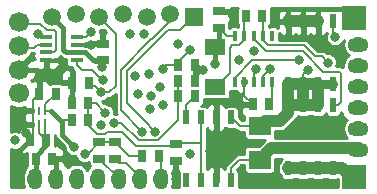
<source format=gbl>
G04 (created by PCBNEW (2013-may-18)-stable) date Mit 10 Dez 2014 19:38:00 UTC*
%MOIN*%
G04 Gerber Fmt 3.4, Leading zero omitted, Abs format*
%FSLAX34Y34*%
G01*
G70*
G90*
G04 APERTURE LIST*
%ADD10C,0.00590551*%
%ADD11R,0.0275591X0.0393701*%
%ADD12R,0.0393701X0.0275591*%
%ADD13R,0.0748X0.0629*%
%ADD14R,0.0393701X0.0177165*%
%ADD15R,0.0126X0.0339*%
%ADD16R,0.0708X0.0551*%
%ADD17R,0.02X0.045*%
%ADD18R,0.0110236X0.0295276*%
%ADD19R,0.0110236X0.0334646*%
%ADD20C,0.0669291*%
%ADD21R,0.0787402X0.0787402*%
%ADD22C,0.0590551*%
%ADD23R,0.0590551X0.0590551*%
%ADD24O,0.05X0.07*%
%ADD25O,0.07X0.05*%
%ADD26C,0.0314961*%
%ADD27C,0.015748*%
%ADD28C,0.0080315*%
%ADD29C,0.0393701*%
%ADD30C,0.0314961*%
%ADD31C,0.01*%
G04 APERTURE END LIST*
G54D10*
G54D11*
X54448Y-37519D03*
X53897Y-37519D03*
X50334Y-38779D03*
X50885Y-38779D03*
G54D12*
X51377Y-37342D03*
X51377Y-36791D03*
G54D13*
X56600Y-40659D03*
X56600Y-39541D03*
G54D14*
X49488Y-36574D03*
X49488Y-36830D03*
X49488Y-37086D03*
X49488Y-37342D03*
X50511Y-37342D03*
X50511Y-37086D03*
X50511Y-36830D03*
X50511Y-36574D03*
G54D11*
X54448Y-38543D03*
X53897Y-38543D03*
X49685Y-40629D03*
X49133Y-40629D03*
X50885Y-39350D03*
X50334Y-39350D03*
X48937Y-40019D03*
X49488Y-40019D03*
G54D12*
X53799Y-40688D03*
X53799Y-40137D03*
G54D11*
X49251Y-38464D03*
X49803Y-38464D03*
X50354Y-38090D03*
X50905Y-38090D03*
G54D12*
X51259Y-40629D03*
X51259Y-40078D03*
X51791Y-40629D03*
X51791Y-40078D03*
G54D11*
X53248Y-40551D03*
X52696Y-40551D03*
X54448Y-38031D03*
X53897Y-38031D03*
X56692Y-35866D03*
X56141Y-35866D03*
X56377Y-38818D03*
X56929Y-38818D03*
G54D15*
X55770Y-36538D03*
X56085Y-36538D03*
X56400Y-36538D03*
X56715Y-36538D03*
X57030Y-36538D03*
X57030Y-38062D03*
X56715Y-38062D03*
X56400Y-38062D03*
X56085Y-38062D03*
X55770Y-38062D03*
G54D16*
X55118Y-36890D03*
X55118Y-38228D03*
G54D17*
X55650Y-39250D03*
X55650Y-41350D03*
X55150Y-39250D03*
X54650Y-39250D03*
X54150Y-39250D03*
X55150Y-41350D03*
X54650Y-41350D03*
X54150Y-41350D03*
X57550Y-38150D03*
X57550Y-36050D03*
X58050Y-38150D03*
X58550Y-38150D03*
X59050Y-38150D03*
X58050Y-36050D03*
X58550Y-36050D03*
X59050Y-36050D03*
X57550Y-40950D03*
X57550Y-38850D03*
X58050Y-40950D03*
X58550Y-40950D03*
X59050Y-40950D03*
X58050Y-38850D03*
X58550Y-38850D03*
X59050Y-38850D03*
G54D18*
X49251Y-39478D03*
X49055Y-39478D03*
G54D19*
X49448Y-39458D03*
G54D18*
X49055Y-39025D03*
X49251Y-39025D03*
X49448Y-39025D03*
G54D12*
X55236Y-36259D03*
X55236Y-35708D03*
G54D20*
X48582Y-38444D03*
X48582Y-37657D03*
X48582Y-36082D03*
X48582Y-36870D03*
G54D21*
X59763Y-35944D03*
X59763Y-41220D03*
G54D22*
X49685Y-35905D03*
X50472Y-35787D03*
X51259Y-35905D03*
X52047Y-35787D03*
X52834Y-35905D03*
G54D23*
X54409Y-35905D03*
G54D22*
X53622Y-35787D03*
G54D24*
X49100Y-41299D03*
X53300Y-41299D03*
X49800Y-41299D03*
X50500Y-41299D03*
X51200Y-41299D03*
X51900Y-41299D03*
X52600Y-41299D03*
G54D25*
X59881Y-40332D03*
X59881Y-36832D03*
X59881Y-37532D03*
X59881Y-38232D03*
X59881Y-38932D03*
X59881Y-39632D03*
G54D26*
X54271Y-40472D03*
X50413Y-40236D03*
X53366Y-37637D03*
X54291Y-37007D03*
X51338Y-37559D03*
X51456Y-39094D03*
X50767Y-40472D03*
X55118Y-37480D03*
X52755Y-36456D03*
X51732Y-39429D03*
X52283Y-36476D03*
X49212Y-36476D03*
X48464Y-40019D03*
X58543Y-36594D03*
X58562Y-39685D03*
X56712Y-41456D03*
X48799Y-39783D03*
X48523Y-41279D03*
X55826Y-38503D03*
X51594Y-38720D03*
X54704Y-37677D03*
X50984Y-36830D03*
X54940Y-40374D03*
X53799Y-41299D03*
X55728Y-35885D03*
X52913Y-37795D03*
X51318Y-39507D03*
X52460Y-37874D03*
X52559Y-38484D03*
X52992Y-38543D03*
X56948Y-37637D03*
X53287Y-38248D03*
X56417Y-37047D03*
X50984Y-36417D03*
X51377Y-37992D03*
X59114Y-36574D03*
X57913Y-37342D03*
X58208Y-37657D03*
X58877Y-37421D03*
X52952Y-38956D03*
X56496Y-37637D03*
X55925Y-37322D03*
X53366Y-38838D03*
X51318Y-38405D03*
X53110Y-39724D03*
X53897Y-36811D03*
X52696Y-39724D03*
G54D27*
X49635Y-39025D02*
X50000Y-39389D01*
X50000Y-39822D02*
X50413Y-40236D01*
X50000Y-39389D02*
X50000Y-39822D01*
G54D28*
X49448Y-39025D02*
X49635Y-39025D01*
X49960Y-39350D02*
X50334Y-39350D01*
X49635Y-39025D02*
X49960Y-39350D01*
X49448Y-39025D02*
X49448Y-38818D01*
X49448Y-38818D02*
X49803Y-38464D01*
G54D27*
X50511Y-37086D02*
X50787Y-37086D01*
X51043Y-37342D02*
X51377Y-37342D01*
X50787Y-37086D02*
X51043Y-37342D01*
X50511Y-37086D02*
X50137Y-37086D01*
X50039Y-36988D02*
X50039Y-36259D01*
X50137Y-37086D02*
X50039Y-36988D01*
X50039Y-36259D02*
X49685Y-35905D01*
G54D28*
X53484Y-37519D02*
X53897Y-37519D01*
X53484Y-37519D02*
X53366Y-37637D01*
X53897Y-37519D02*
X53897Y-37401D01*
X53897Y-37401D02*
X54291Y-37007D01*
X50039Y-36259D02*
X49685Y-35905D01*
X51220Y-37440D02*
X51102Y-37440D01*
X51338Y-37559D02*
X51220Y-37440D01*
X50511Y-37086D02*
X50748Y-37086D01*
X50748Y-37086D02*
X51102Y-37440D01*
X51112Y-39734D02*
X50885Y-39507D01*
X50885Y-39507D02*
X50885Y-38779D01*
X51141Y-38779D02*
X50885Y-38779D01*
X51456Y-39094D02*
X51141Y-38779D01*
X52007Y-39724D02*
X51515Y-39724D01*
X51181Y-39803D02*
X51112Y-39734D01*
X51437Y-39803D02*
X51181Y-39803D01*
X51515Y-39724D02*
X51437Y-39803D01*
X52539Y-40196D02*
X53740Y-40196D01*
X52480Y-40196D02*
X52007Y-39724D01*
X52539Y-40196D02*
X52480Y-40196D01*
X53740Y-40196D02*
X53799Y-40137D01*
X53799Y-40137D02*
X53818Y-40118D01*
X53818Y-40118D02*
X54650Y-40118D01*
X54650Y-39250D02*
X54650Y-39921D01*
X54650Y-40767D02*
X54650Y-41350D01*
X54650Y-39921D02*
X54650Y-40118D01*
X54650Y-40118D02*
X54650Y-40767D01*
X49448Y-39458D02*
X49448Y-39980D01*
X49448Y-39980D02*
X49488Y-40019D01*
X49251Y-39478D02*
X49251Y-39783D01*
X49251Y-39783D02*
X49488Y-40019D01*
G54D27*
X49133Y-40629D02*
X49133Y-40531D01*
X49488Y-40177D02*
X49488Y-40019D01*
X49133Y-40531D02*
X49488Y-40177D01*
X49100Y-41299D02*
X49133Y-41266D01*
X49133Y-41266D02*
X49133Y-40629D01*
G54D28*
X51259Y-40078D02*
X50866Y-40472D01*
X50866Y-40472D02*
X50767Y-40472D01*
X51259Y-40078D02*
X51791Y-40078D01*
X52696Y-40551D02*
X52263Y-40551D01*
X52263Y-40551D02*
X51791Y-40078D01*
G54D27*
X55236Y-36259D02*
X55236Y-36771D01*
X55236Y-36771D02*
X55118Y-36890D01*
G54D28*
X55770Y-36538D02*
X55514Y-36538D01*
X55514Y-36538D02*
X55236Y-36259D01*
X55236Y-36771D02*
X55118Y-36890D01*
G54D27*
X55118Y-36890D02*
X55118Y-37480D01*
G54D29*
X58550Y-40950D02*
X59050Y-40950D01*
X57550Y-40950D02*
X58050Y-40950D01*
X58050Y-40950D02*
X58550Y-40950D01*
X59050Y-40950D02*
X59343Y-40950D01*
X59343Y-40950D02*
X59700Y-41306D01*
G54D28*
X51988Y-39429D02*
X51732Y-39429D01*
X53090Y-40019D02*
X53228Y-40019D01*
X52578Y-40019D02*
X51988Y-39429D01*
X53090Y-40019D02*
X52618Y-40019D01*
X52618Y-40019D02*
X52578Y-40019D01*
X53897Y-39015D02*
X53897Y-38543D01*
X53228Y-40019D02*
X53897Y-39350D01*
X53897Y-39350D02*
X53897Y-39015D01*
X53897Y-38031D02*
X53897Y-38543D01*
X49094Y-36929D02*
X48622Y-36929D01*
X49192Y-36830D02*
X49094Y-36929D01*
X49488Y-36830D02*
X49192Y-36830D01*
X48622Y-36929D02*
X48582Y-36889D01*
X49094Y-36122D02*
X48602Y-36122D01*
X49507Y-36338D02*
X49291Y-36122D01*
X49291Y-36122D02*
X49094Y-36122D01*
X49488Y-37086D02*
X49744Y-37086D01*
X49744Y-36338D02*
X49527Y-36338D01*
X49822Y-36417D02*
X49744Y-36338D01*
X49822Y-37007D02*
X49822Y-36417D01*
X49744Y-37086D02*
X49822Y-37007D01*
X49527Y-36338D02*
X49507Y-36338D01*
X48602Y-36122D02*
X48582Y-36102D01*
X49311Y-36574D02*
X49212Y-36476D01*
X49488Y-36574D02*
X49311Y-36574D01*
G54D27*
X58550Y-36050D02*
X58550Y-36587D01*
X58550Y-36587D02*
X58543Y-36594D01*
G54D28*
X58550Y-36587D02*
X58543Y-36594D01*
G54D27*
X48582Y-37657D02*
X49133Y-37657D01*
X49133Y-37657D02*
X49330Y-37854D01*
X57559Y-35642D02*
X57559Y-36040D01*
X57559Y-36040D02*
X57550Y-36050D01*
X58051Y-35642D02*
X58051Y-36048D01*
X58051Y-36048D02*
X58050Y-36050D01*
X58550Y-35642D02*
X58051Y-35642D01*
X58051Y-35642D02*
X57559Y-35642D01*
X57559Y-35642D02*
X57290Y-35642D01*
X57290Y-35642D02*
X57263Y-35669D01*
X59763Y-35944D02*
X59448Y-35629D01*
X58550Y-35642D02*
X58550Y-36050D01*
X58562Y-35629D02*
X58550Y-35642D01*
X59448Y-35629D02*
X58562Y-35629D01*
G54D28*
X48799Y-39783D02*
X48582Y-39566D01*
X48582Y-39566D02*
X48582Y-39527D01*
X48937Y-39921D02*
X48937Y-40019D01*
X48799Y-39783D02*
X48937Y-39921D01*
G54D29*
X58050Y-36050D02*
X58550Y-36050D01*
X57550Y-36050D02*
X58050Y-36050D01*
G54D28*
X49055Y-39025D02*
X49045Y-39015D01*
X49045Y-39015D02*
X48858Y-39015D01*
X49055Y-39478D02*
X49045Y-39488D01*
X49045Y-39488D02*
X48858Y-39488D01*
X48937Y-40019D02*
X49055Y-39901D01*
X49055Y-39901D02*
X49055Y-39478D01*
X49055Y-39025D02*
X49055Y-39478D01*
X49055Y-39025D02*
X49055Y-38661D01*
X49055Y-38661D02*
X49251Y-38464D01*
G54D27*
X49685Y-40629D02*
X49800Y-40745D01*
X49800Y-40745D02*
X49800Y-41299D01*
X48937Y-40019D02*
X48523Y-40433D01*
X48523Y-40433D02*
X48523Y-41279D01*
G54D28*
X56085Y-38484D02*
X55846Y-38484D01*
X55846Y-38484D02*
X55826Y-38503D01*
X56085Y-38062D02*
X56085Y-38484D01*
X56085Y-38484D02*
X56085Y-38525D01*
X56085Y-38525D02*
X56377Y-38818D01*
X54704Y-37677D02*
X54547Y-37519D01*
X54547Y-37519D02*
X54448Y-37519D01*
X54448Y-37933D02*
X54448Y-38031D01*
X54704Y-37677D02*
X54448Y-37933D01*
X50511Y-36830D02*
X50984Y-36830D01*
X50984Y-36830D02*
X51338Y-36830D01*
X51338Y-36830D02*
X51377Y-36791D01*
X55150Y-40583D02*
X55150Y-41350D01*
X54940Y-40374D02*
X55150Y-40583D01*
X55551Y-35708D02*
X55236Y-35708D01*
X55728Y-35885D02*
X55551Y-35708D01*
G54D30*
X57550Y-36050D02*
X58550Y-36050D01*
G54D28*
X51791Y-40629D02*
X51929Y-40767D01*
X51929Y-40767D02*
X52145Y-40767D01*
X52600Y-41299D02*
X52600Y-41222D01*
X52600Y-41222D02*
X52145Y-40767D01*
X51900Y-41299D02*
X51900Y-41270D01*
X51900Y-41270D02*
X51259Y-40629D01*
X53300Y-41299D02*
X53300Y-40603D01*
X53300Y-40603D02*
X53248Y-40551D01*
G54D29*
X56600Y-40659D02*
X56983Y-40275D01*
X56983Y-40275D02*
X57933Y-40275D01*
G54D28*
X56600Y-40659D02*
X55915Y-40659D01*
X55915Y-40659D02*
X55650Y-40924D01*
G54D29*
X57933Y-40275D02*
X59824Y-40275D01*
X59824Y-40275D02*
X59881Y-40332D01*
G54D30*
X59824Y-40275D02*
X59881Y-40332D01*
G54D28*
X55650Y-40924D02*
X55650Y-41350D01*
X56715Y-38062D02*
X56715Y-37871D01*
X56715Y-37871D02*
X56948Y-37637D01*
X50511Y-36574D02*
X50826Y-36574D01*
X50826Y-36574D02*
X50984Y-36417D01*
X51377Y-37992D02*
X51338Y-37992D01*
X51338Y-37992D02*
X51023Y-37677D01*
X51023Y-37677D02*
X50669Y-37677D01*
X50511Y-37519D02*
X50511Y-37342D01*
X50669Y-37677D02*
X50511Y-37519D01*
X55770Y-38062D02*
X55770Y-37930D01*
X59050Y-36510D02*
X59050Y-36050D01*
X59114Y-36574D02*
X59050Y-36510D01*
X56358Y-37342D02*
X57913Y-37342D01*
X55770Y-37930D02*
X56358Y-37342D01*
X56604Y-36840D02*
X56811Y-37047D01*
X58720Y-37736D02*
X59271Y-37736D01*
X58031Y-37047D02*
X58720Y-37736D01*
X56811Y-37047D02*
X58031Y-37047D01*
X56400Y-36538D02*
X56400Y-36636D01*
X56400Y-36636D02*
X56604Y-36840D01*
X59220Y-38850D02*
X59050Y-38850D01*
X59271Y-37736D02*
X59330Y-37795D01*
X59330Y-37795D02*
X59330Y-38740D01*
X59330Y-38740D02*
X59220Y-38850D01*
X58671Y-37214D02*
X58454Y-37214D01*
X58454Y-37214D02*
X58090Y-36850D01*
G54D30*
X58550Y-38150D02*
X59050Y-38150D01*
G54D29*
X58050Y-38150D02*
X58050Y-38850D01*
X57550Y-38150D02*
X57550Y-38850D01*
X58050Y-38850D02*
X58550Y-38850D01*
X58550Y-38850D02*
X58550Y-38150D01*
X58550Y-38150D02*
X58050Y-38150D01*
X58050Y-38150D02*
X57550Y-38150D01*
X57550Y-38850D02*
X58050Y-38850D01*
X56600Y-39541D02*
X56770Y-39370D01*
X56770Y-39370D02*
X57283Y-39370D01*
X57283Y-39370D02*
X57550Y-39103D01*
X57550Y-39103D02*
X57550Y-38850D01*
G54D28*
X55650Y-39250D02*
X55941Y-39541D01*
X55941Y-39541D02*
X56600Y-39541D01*
X58090Y-36850D02*
X57952Y-36850D01*
X58877Y-37421D02*
X58671Y-37214D01*
X56715Y-36672D02*
X56892Y-36850D01*
X56715Y-36538D02*
X56715Y-36672D01*
X56892Y-36850D02*
X57952Y-36850D01*
X58050Y-37816D02*
X58050Y-38150D01*
X58208Y-37657D02*
X58050Y-37816D01*
G54D27*
X58550Y-38850D02*
X58550Y-38150D01*
X57550Y-38850D02*
X58550Y-38850D01*
X59050Y-38150D02*
X57550Y-38150D01*
G54D28*
X56715Y-36538D02*
X56715Y-35888D01*
X56715Y-35888D02*
X56692Y-35866D01*
X55925Y-36830D02*
X55905Y-36850D01*
X55610Y-36929D02*
X55610Y-37775D01*
X55688Y-36850D02*
X55610Y-36929D01*
X55905Y-36850D02*
X55688Y-36850D01*
X56085Y-36538D02*
X56085Y-36670D01*
X56085Y-36670D02*
X55925Y-36830D01*
X55118Y-38228D02*
X55157Y-38228D01*
X55157Y-38228D02*
X55610Y-37775D01*
X56085Y-36538D02*
X56085Y-35922D01*
X56085Y-35922D02*
X56141Y-35866D01*
X57030Y-38062D02*
X57030Y-38718D01*
X57030Y-38718D02*
X56929Y-38818D01*
X54150Y-39250D02*
X54150Y-38842D01*
X54150Y-38842D02*
X54448Y-38543D01*
X56400Y-37733D02*
X56496Y-37637D01*
X56400Y-38062D02*
X56400Y-37733D01*
X51318Y-38405D02*
X51594Y-38405D01*
X51811Y-38188D02*
X51811Y-37598D01*
X51594Y-38405D02*
X51811Y-38188D01*
X51318Y-38405D02*
X51102Y-38188D01*
X51023Y-38188D02*
X50885Y-38051D01*
X51102Y-38188D02*
X51023Y-38188D01*
X51259Y-35905D02*
X51811Y-36456D01*
X51811Y-36456D02*
X51811Y-37598D01*
X52903Y-39517D02*
X52165Y-38779D01*
X52165Y-38779D02*
X52165Y-38622D01*
X52972Y-36909D02*
X52165Y-37716D01*
X52165Y-37716D02*
X52165Y-37992D01*
X52165Y-38070D02*
X52165Y-37992D01*
X52165Y-38070D02*
X52165Y-38622D01*
X53277Y-36604D02*
X52972Y-36909D01*
X53543Y-36338D02*
X53277Y-36604D01*
X53956Y-36338D02*
X53543Y-36338D01*
X54389Y-35905D02*
X53956Y-36338D01*
X54409Y-35905D02*
X54389Y-35905D01*
X52903Y-39517D02*
X52952Y-39566D01*
X53110Y-39724D02*
X52952Y-39566D01*
X52962Y-36683D02*
X51988Y-37657D01*
X51988Y-37657D02*
X51988Y-38228D01*
X53051Y-36594D02*
X52962Y-36683D01*
X53622Y-36023D02*
X53100Y-36545D01*
X53622Y-35826D02*
X53622Y-36023D01*
X53100Y-36545D02*
X53051Y-36594D01*
X51988Y-39015D02*
X52696Y-39724D01*
X51988Y-38228D02*
X51988Y-39015D01*
G54D10*
G36*
X48856Y-40881D02*
X48817Y-40906D01*
X48731Y-41036D01*
X48700Y-41189D01*
X48700Y-41409D01*
X48731Y-41562D01*
X48731Y-41562D01*
X48315Y-41562D01*
X48315Y-40290D01*
X48403Y-40327D01*
X48525Y-40327D01*
X48567Y-40309D01*
X48587Y-40358D01*
X48657Y-40428D01*
X48749Y-40466D01*
X48824Y-40466D01*
X48846Y-40444D01*
X48846Y-40462D01*
X48846Y-40856D01*
X48856Y-40881D01*
X48856Y-40881D01*
G37*
G54D31*
X48856Y-40881D02*
X48817Y-40906D01*
X48731Y-41036D01*
X48700Y-41189D01*
X48700Y-41409D01*
X48731Y-41562D01*
X48731Y-41562D01*
X48315Y-41562D01*
X48315Y-40290D01*
X48403Y-40327D01*
X48525Y-40327D01*
X48567Y-40309D01*
X48587Y-40358D01*
X48657Y-40428D01*
X48749Y-40466D01*
X48824Y-40466D01*
X48846Y-40444D01*
X48846Y-40462D01*
X48846Y-40856D01*
X48856Y-40881D01*
G54D10*
G36*
X48994Y-40069D02*
X48987Y-40069D01*
X48987Y-40077D01*
X48887Y-40077D01*
X48887Y-40069D01*
X48879Y-40069D01*
X48879Y-39969D01*
X48887Y-39969D01*
X48887Y-39961D01*
X48987Y-39961D01*
X48987Y-39969D01*
X48994Y-39969D01*
X48994Y-40069D01*
X48994Y-40069D01*
G37*
G54D31*
X48994Y-40069D02*
X48987Y-40069D01*
X48987Y-40077D01*
X48887Y-40077D01*
X48887Y-40069D01*
X48879Y-40069D01*
X48879Y-39969D01*
X48887Y-39969D01*
X48887Y-39961D01*
X48987Y-39961D01*
X48987Y-39969D01*
X48994Y-39969D01*
X48994Y-40069D01*
G54D10*
G36*
X49046Y-39536D02*
X49027Y-39536D01*
X49027Y-39528D01*
X48812Y-39528D01*
X48768Y-39572D01*
X48749Y-39572D01*
X48657Y-39610D01*
X48587Y-39681D01*
X48567Y-39729D01*
X48525Y-39712D01*
X48403Y-39712D01*
X48315Y-39748D01*
X48315Y-38858D01*
X48485Y-38929D01*
X48678Y-38929D01*
X48749Y-38900D01*
X48749Y-38927D01*
X48750Y-38913D01*
X48812Y-38975D01*
X49027Y-38975D01*
X49027Y-38967D01*
X49046Y-38967D01*
X49046Y-39080D01*
X49027Y-39080D01*
X49027Y-39075D01*
X48812Y-39075D01*
X48750Y-39138D01*
X48749Y-39123D01*
X48750Y-39223D01*
X48761Y-39251D01*
X48750Y-39280D01*
X48749Y-39380D01*
X48750Y-39365D01*
X48812Y-39428D01*
X49027Y-39428D01*
X49027Y-39423D01*
X49046Y-39423D01*
X49046Y-39536D01*
X49046Y-39536D01*
G37*
G54D31*
X49046Y-39536D02*
X49027Y-39536D01*
X49027Y-39528D01*
X48812Y-39528D01*
X48768Y-39572D01*
X48749Y-39572D01*
X48657Y-39610D01*
X48587Y-39681D01*
X48567Y-39729D01*
X48525Y-39712D01*
X48403Y-39712D01*
X48315Y-39748D01*
X48315Y-38858D01*
X48485Y-38929D01*
X48678Y-38929D01*
X48749Y-38900D01*
X48749Y-38927D01*
X48750Y-38913D01*
X48812Y-38975D01*
X49027Y-38975D01*
X49027Y-38967D01*
X49046Y-38967D01*
X49046Y-39080D01*
X49027Y-39080D01*
X49027Y-39075D01*
X48812Y-39075D01*
X48750Y-39138D01*
X48749Y-39123D01*
X48750Y-39223D01*
X48761Y-39251D01*
X48750Y-39280D01*
X48749Y-39380D01*
X48750Y-39365D01*
X48812Y-39428D01*
X49027Y-39428D01*
X49027Y-39423D01*
X49046Y-39423D01*
X49046Y-39536D01*
G54D10*
G36*
X49098Y-37292D02*
X49041Y-37292D01*
X49041Y-37332D01*
X48993Y-37317D01*
X48653Y-37657D01*
X48658Y-37663D01*
X48588Y-37733D01*
X48582Y-37728D01*
X48577Y-37733D01*
X48506Y-37663D01*
X48511Y-37657D01*
X48506Y-37651D01*
X48577Y-37581D01*
X48582Y-37586D01*
X48922Y-37246D01*
X48915Y-37222D01*
X48993Y-37144D01*
X49003Y-37119D01*
X49076Y-37119D01*
X49041Y-37204D01*
X49041Y-37235D01*
X49098Y-37292D01*
X49098Y-37292D01*
G37*
G54D31*
X49098Y-37292D02*
X49041Y-37292D01*
X49041Y-37332D01*
X48993Y-37317D01*
X48653Y-37657D01*
X48658Y-37663D01*
X48588Y-37733D01*
X48582Y-37728D01*
X48577Y-37733D01*
X48506Y-37663D01*
X48511Y-37657D01*
X48506Y-37651D01*
X48577Y-37581D01*
X48582Y-37586D01*
X48922Y-37246D01*
X48915Y-37222D01*
X48993Y-37144D01*
X49003Y-37119D01*
X49076Y-37119D01*
X49041Y-37204D01*
X49041Y-37235D01*
X49098Y-37292D01*
G54D10*
G36*
X49858Y-41349D02*
X49850Y-41349D01*
X49850Y-41357D01*
X49750Y-41357D01*
X49750Y-41349D01*
X49742Y-41349D01*
X49742Y-41249D01*
X49750Y-41249D01*
X49750Y-41241D01*
X49850Y-41241D01*
X49850Y-41249D01*
X49858Y-41249D01*
X49858Y-41349D01*
X49858Y-41349D01*
G37*
G54D31*
X49858Y-41349D02*
X49850Y-41349D01*
X49850Y-41357D01*
X49750Y-41357D01*
X49750Y-41349D01*
X49742Y-41349D01*
X49742Y-41249D01*
X49750Y-41249D01*
X49750Y-41241D01*
X49850Y-41241D01*
X49850Y-41249D01*
X49858Y-41249D01*
X49858Y-41349D01*
G54D10*
G36*
X50416Y-37693D02*
X50404Y-37706D01*
X50404Y-38040D01*
X50412Y-38040D01*
X50412Y-38140D01*
X50404Y-38140D01*
X50404Y-38375D01*
X50384Y-38395D01*
X50384Y-38729D01*
X50392Y-38729D01*
X50392Y-38829D01*
X50384Y-38829D01*
X50384Y-38837D01*
X50284Y-38837D01*
X50284Y-38829D01*
X50276Y-38829D01*
X50276Y-38729D01*
X50284Y-38729D01*
X50284Y-38494D01*
X50304Y-38474D01*
X50304Y-38140D01*
X50304Y-38040D01*
X50304Y-37706D01*
X50241Y-37643D01*
X50167Y-37643D01*
X50075Y-37681D01*
X50004Y-37751D01*
X49966Y-37843D01*
X49966Y-37943D01*
X49966Y-37978D01*
X50029Y-38040D01*
X50304Y-38040D01*
X50304Y-38140D01*
X50029Y-38140D01*
X50027Y-38142D01*
X50026Y-38140D01*
X49970Y-38117D01*
X49935Y-38117D01*
X49935Y-37480D01*
X49935Y-37449D01*
X49872Y-37386D01*
X49538Y-37386D01*
X49538Y-37618D01*
X49600Y-37681D01*
X49635Y-37681D01*
X49734Y-37681D01*
X49826Y-37642D01*
X49897Y-37572D01*
X49935Y-37480D01*
X49935Y-38117D01*
X49911Y-38117D01*
X49635Y-38117D01*
X49603Y-38130D01*
X49601Y-38125D01*
X49531Y-38055D01*
X49439Y-38017D01*
X49438Y-38017D01*
X49364Y-38017D01*
X49301Y-38080D01*
X49301Y-38414D01*
X49309Y-38414D01*
X49309Y-38514D01*
X49301Y-38514D01*
X49301Y-38522D01*
X49201Y-38522D01*
X49201Y-38514D01*
X49194Y-38514D01*
X49194Y-38414D01*
X49201Y-38414D01*
X49201Y-38080D01*
X49139Y-38017D01*
X49064Y-38017D01*
X49028Y-38032D01*
X48993Y-37997D01*
X49092Y-37966D01*
X49171Y-37747D01*
X49167Y-37650D01*
X49241Y-37681D01*
X49340Y-37681D01*
X49375Y-37681D01*
X49438Y-37618D01*
X49438Y-37386D01*
X49430Y-37386D01*
X49430Y-37325D01*
X49714Y-37325D01*
X49769Y-37302D01*
X49774Y-37298D01*
X49872Y-37298D01*
X49935Y-37235D01*
X49935Y-37207D01*
X49976Y-37248D01*
X50050Y-37297D01*
X50137Y-37315D01*
X50164Y-37315D01*
X50164Y-37460D01*
X50187Y-37515D01*
X50229Y-37558D01*
X50284Y-37581D01*
X50333Y-37581D01*
X50336Y-37592D01*
X50377Y-37654D01*
X50416Y-37693D01*
X50416Y-37693D01*
G37*
G54D31*
X50416Y-37693D02*
X50404Y-37706D01*
X50404Y-38040D01*
X50412Y-38040D01*
X50412Y-38140D01*
X50404Y-38140D01*
X50404Y-38375D01*
X50384Y-38395D01*
X50384Y-38729D01*
X50392Y-38729D01*
X50392Y-38829D01*
X50384Y-38829D01*
X50384Y-38837D01*
X50284Y-38837D01*
X50284Y-38829D01*
X50276Y-38829D01*
X50276Y-38729D01*
X50284Y-38729D01*
X50284Y-38494D01*
X50304Y-38474D01*
X50304Y-38140D01*
X50304Y-38040D01*
X50304Y-37706D01*
X50241Y-37643D01*
X50167Y-37643D01*
X50075Y-37681D01*
X50004Y-37751D01*
X49966Y-37843D01*
X49966Y-37943D01*
X49966Y-37978D01*
X50029Y-38040D01*
X50304Y-38040D01*
X50304Y-38140D01*
X50029Y-38140D01*
X50027Y-38142D01*
X50026Y-38140D01*
X49970Y-38117D01*
X49935Y-38117D01*
X49935Y-37480D01*
X49935Y-37449D01*
X49872Y-37386D01*
X49538Y-37386D01*
X49538Y-37618D01*
X49600Y-37681D01*
X49635Y-37681D01*
X49734Y-37681D01*
X49826Y-37642D01*
X49897Y-37572D01*
X49935Y-37480D01*
X49935Y-38117D01*
X49911Y-38117D01*
X49635Y-38117D01*
X49603Y-38130D01*
X49601Y-38125D01*
X49531Y-38055D01*
X49439Y-38017D01*
X49438Y-38017D01*
X49364Y-38017D01*
X49301Y-38080D01*
X49301Y-38414D01*
X49309Y-38414D01*
X49309Y-38514D01*
X49301Y-38514D01*
X49301Y-38522D01*
X49201Y-38522D01*
X49201Y-38514D01*
X49194Y-38514D01*
X49194Y-38414D01*
X49201Y-38414D01*
X49201Y-38080D01*
X49139Y-38017D01*
X49064Y-38017D01*
X49028Y-38032D01*
X48993Y-37997D01*
X49092Y-37966D01*
X49171Y-37747D01*
X49167Y-37650D01*
X49241Y-37681D01*
X49340Y-37681D01*
X49375Y-37681D01*
X49438Y-37618D01*
X49438Y-37386D01*
X49430Y-37386D01*
X49430Y-37325D01*
X49714Y-37325D01*
X49769Y-37302D01*
X49774Y-37298D01*
X49872Y-37298D01*
X49935Y-37235D01*
X49935Y-37207D01*
X49976Y-37248D01*
X50050Y-37297D01*
X50137Y-37315D01*
X50164Y-37315D01*
X50164Y-37460D01*
X50187Y-37515D01*
X50229Y-37558D01*
X50284Y-37581D01*
X50333Y-37581D01*
X50336Y-37592D01*
X50377Y-37654D01*
X50416Y-37693D01*
G54D10*
G36*
X50548Y-35792D02*
X50478Y-35863D01*
X50472Y-35858D01*
X50466Y-35863D01*
X50396Y-35792D01*
X50401Y-35787D01*
X50396Y-35781D01*
X50466Y-35711D01*
X50472Y-35716D01*
X50478Y-35711D01*
X50548Y-35781D01*
X50543Y-35787D01*
X50548Y-35792D01*
X50548Y-35792D01*
G37*
G54D31*
X50548Y-35792D02*
X50478Y-35863D01*
X50472Y-35858D01*
X50466Y-35863D01*
X50396Y-35792D01*
X50401Y-35787D01*
X50396Y-35781D01*
X50466Y-35711D01*
X50472Y-35716D01*
X50478Y-35711D01*
X50548Y-35781D01*
X50543Y-35787D01*
X50548Y-35792D01*
G54D10*
G36*
X50960Y-40877D02*
X50917Y-40906D01*
X50850Y-41007D01*
X50783Y-40906D01*
X50653Y-40819D01*
X50500Y-40789D01*
X50347Y-40819D01*
X50217Y-40906D01*
X50209Y-40919D01*
X50118Y-40810D01*
X50072Y-40785D01*
X50072Y-40777D01*
X50072Y-40742D01*
X50010Y-40679D01*
X49735Y-40679D01*
X49735Y-40687D01*
X49635Y-40687D01*
X49635Y-40679D01*
X49627Y-40679D01*
X49627Y-40579D01*
X49635Y-40579D01*
X49635Y-40572D01*
X49735Y-40572D01*
X49735Y-40579D01*
X50010Y-40579D01*
X50072Y-40517D01*
X50072Y-40482D01*
X50072Y-40383D01*
X50034Y-40291D01*
X49964Y-40221D01*
X49872Y-40183D01*
X49797Y-40183D01*
X49775Y-40204D01*
X49776Y-40186D01*
X49776Y-39846D01*
X49788Y-39910D01*
X49838Y-39984D01*
X50105Y-40252D01*
X50105Y-40297D01*
X50152Y-40410D01*
X50238Y-40496D01*
X50351Y-40543D01*
X50464Y-40543D01*
X50506Y-40646D01*
X50593Y-40732D01*
X50706Y-40779D01*
X50828Y-40779D01*
X50912Y-40745D01*
X50912Y-40797D01*
X50935Y-40852D01*
X50960Y-40877D01*
X50960Y-40877D01*
G37*
G54D31*
X50960Y-40877D02*
X50917Y-40906D01*
X50850Y-41007D01*
X50783Y-40906D01*
X50653Y-40819D01*
X50500Y-40789D01*
X50347Y-40819D01*
X50217Y-40906D01*
X50209Y-40919D01*
X50118Y-40810D01*
X50072Y-40785D01*
X50072Y-40777D01*
X50072Y-40742D01*
X50010Y-40679D01*
X49735Y-40679D01*
X49735Y-40687D01*
X49635Y-40687D01*
X49635Y-40679D01*
X49627Y-40679D01*
X49627Y-40579D01*
X49635Y-40579D01*
X49635Y-40572D01*
X49735Y-40572D01*
X49735Y-40579D01*
X50010Y-40579D01*
X50072Y-40517D01*
X50072Y-40482D01*
X50072Y-40383D01*
X50034Y-40291D01*
X49964Y-40221D01*
X49872Y-40183D01*
X49797Y-40183D01*
X49775Y-40204D01*
X49776Y-40186D01*
X49776Y-39846D01*
X49788Y-39910D01*
X49838Y-39984D01*
X50105Y-40252D01*
X50105Y-40297D01*
X50152Y-40410D01*
X50238Y-40496D01*
X50351Y-40543D01*
X50464Y-40543D01*
X50506Y-40646D01*
X50593Y-40732D01*
X50706Y-40779D01*
X50828Y-40779D01*
X50912Y-40745D01*
X50912Y-40797D01*
X50935Y-40852D01*
X50960Y-40877D01*
G54D10*
G36*
X51489Y-36404D02*
X51427Y-36466D01*
X51427Y-36741D01*
X51435Y-36741D01*
X51435Y-36841D01*
X51427Y-36841D01*
X51427Y-36849D01*
X51327Y-36849D01*
X51327Y-36841D01*
X50993Y-36841D01*
X50931Y-36903D01*
X50931Y-36909D01*
X50896Y-36875D01*
X50873Y-36875D01*
X50787Y-36857D01*
X50762Y-36857D01*
X50738Y-36848D01*
X50678Y-36848D01*
X50453Y-36848D01*
X50453Y-36813D01*
X50738Y-36813D01*
X50793Y-36790D01*
X50797Y-36786D01*
X50896Y-36786D01*
X50957Y-36724D01*
X50977Y-36724D01*
X50993Y-36741D01*
X51327Y-36741D01*
X51327Y-36466D01*
X51291Y-36429D01*
X51291Y-36356D01*
X51289Y-36350D01*
X51348Y-36350D01*
X51410Y-36325D01*
X51489Y-36404D01*
X51489Y-36404D01*
G37*
G54D31*
X51489Y-36404D02*
X51427Y-36466D01*
X51427Y-36741D01*
X51435Y-36741D01*
X51435Y-36841D01*
X51427Y-36841D01*
X51427Y-36849D01*
X51327Y-36849D01*
X51327Y-36841D01*
X50993Y-36841D01*
X50931Y-36903D01*
X50931Y-36909D01*
X50896Y-36875D01*
X50873Y-36875D01*
X50787Y-36857D01*
X50762Y-36857D01*
X50738Y-36848D01*
X50678Y-36848D01*
X50453Y-36848D01*
X50453Y-36813D01*
X50738Y-36813D01*
X50793Y-36790D01*
X50797Y-36786D01*
X50896Y-36786D01*
X50957Y-36724D01*
X50977Y-36724D01*
X50993Y-36741D01*
X51327Y-36741D01*
X51327Y-36466D01*
X51291Y-36429D01*
X51291Y-36356D01*
X51289Y-36350D01*
X51348Y-36350D01*
X51410Y-36325D01*
X51489Y-36404D01*
G54D10*
G36*
X51850Y-39145D02*
X51793Y-39121D01*
X51764Y-39121D01*
X51764Y-39033D01*
X51717Y-38920D01*
X51631Y-38833D01*
X51518Y-38787D01*
X51418Y-38786D01*
X51344Y-38713D01*
X51379Y-38713D01*
X51492Y-38666D01*
X51563Y-38595D01*
X51594Y-38595D01*
X51594Y-38595D01*
X51594Y-38595D01*
X51667Y-38581D01*
X51728Y-38539D01*
X51798Y-38470D01*
X51798Y-39015D01*
X51798Y-39015D01*
X51812Y-39088D01*
X51850Y-39145D01*
X51850Y-39145D01*
G37*
G54D31*
X51850Y-39145D02*
X51793Y-39121D01*
X51764Y-39121D01*
X51764Y-39033D01*
X51717Y-38920D01*
X51631Y-38833D01*
X51518Y-38787D01*
X51418Y-38786D01*
X51344Y-38713D01*
X51379Y-38713D01*
X51492Y-38666D01*
X51563Y-38595D01*
X51594Y-38595D01*
X51594Y-38595D01*
X51594Y-38595D01*
X51667Y-38581D01*
X51728Y-38539D01*
X51798Y-38470D01*
X51798Y-39015D01*
X51798Y-39015D01*
X51812Y-39088D01*
X51850Y-39145D01*
G54D10*
G36*
X53908Y-41073D02*
X53900Y-41095D01*
X53899Y-41154D01*
X53899Y-41562D01*
X53669Y-41562D01*
X53670Y-41562D01*
X53700Y-41409D01*
X53700Y-41189D01*
X53678Y-41076D01*
X53686Y-41076D01*
X53749Y-41014D01*
X53749Y-40738D01*
X53741Y-40738D01*
X53741Y-40638D01*
X53749Y-40638D01*
X53749Y-40631D01*
X53849Y-40631D01*
X53849Y-40638D01*
X53857Y-40638D01*
X53857Y-40738D01*
X53849Y-40738D01*
X53849Y-41014D01*
X53908Y-41073D01*
X53908Y-41073D01*
G37*
G54D31*
X53908Y-41073D02*
X53900Y-41095D01*
X53899Y-41154D01*
X53899Y-41562D01*
X53669Y-41562D01*
X53670Y-41562D01*
X53700Y-41409D01*
X53700Y-41189D01*
X53678Y-41076D01*
X53686Y-41076D01*
X53749Y-41014D01*
X53749Y-40738D01*
X53741Y-40738D01*
X53741Y-40638D01*
X53749Y-40638D01*
X53749Y-40631D01*
X53849Y-40631D01*
X53849Y-40638D01*
X53857Y-40638D01*
X53857Y-40738D01*
X53849Y-40738D01*
X53849Y-41014D01*
X53908Y-41073D01*
G54D10*
G36*
X54506Y-38081D02*
X54498Y-38081D01*
X54498Y-38089D01*
X54398Y-38089D01*
X54398Y-38081D01*
X54390Y-38081D01*
X54390Y-37981D01*
X54398Y-37981D01*
X54398Y-37904D01*
X54398Y-37647D01*
X54398Y-37569D01*
X54390Y-37569D01*
X54390Y-37469D01*
X54398Y-37469D01*
X54398Y-37461D01*
X54498Y-37461D01*
X54498Y-37469D01*
X54506Y-37469D01*
X54506Y-37569D01*
X54498Y-37569D01*
X54498Y-37647D01*
X54498Y-37904D01*
X54498Y-37981D01*
X54506Y-37981D01*
X54506Y-38081D01*
X54506Y-38081D01*
G37*
G54D31*
X54506Y-38081D02*
X54498Y-38081D01*
X54498Y-38089D01*
X54398Y-38089D01*
X54398Y-38081D01*
X54390Y-38081D01*
X54390Y-37981D01*
X54398Y-37981D01*
X54398Y-37904D01*
X54398Y-37647D01*
X54398Y-37569D01*
X54390Y-37569D01*
X54390Y-37469D01*
X54398Y-37469D01*
X54398Y-37461D01*
X54498Y-37461D01*
X54498Y-37469D01*
X54506Y-37469D01*
X54506Y-37569D01*
X54498Y-37569D01*
X54498Y-37647D01*
X54498Y-37904D01*
X54498Y-37981D01*
X54506Y-37981D01*
X54506Y-38081D01*
G54D10*
G36*
X55894Y-36231D02*
X55862Y-36218D01*
X55803Y-36218D01*
X55677Y-36218D01*
X55622Y-36241D01*
X55583Y-36280D01*
X55583Y-36092D01*
X55569Y-36060D01*
X55574Y-36058D01*
X55645Y-35987D01*
X55683Y-35895D01*
X55683Y-35821D01*
X55620Y-35758D01*
X55286Y-35758D01*
X55286Y-35766D01*
X55186Y-35766D01*
X55186Y-35758D01*
X55178Y-35758D01*
X55178Y-35658D01*
X55186Y-35658D01*
X55186Y-35650D01*
X55286Y-35650D01*
X55286Y-35658D01*
X55620Y-35658D01*
X55676Y-35602D01*
X55869Y-35602D01*
X55853Y-35639D01*
X55853Y-35698D01*
X55853Y-36092D01*
X55876Y-36147D01*
X55894Y-36166D01*
X55894Y-36231D01*
X55894Y-36231D01*
G37*
G54D31*
X55894Y-36231D02*
X55862Y-36218D01*
X55803Y-36218D01*
X55677Y-36218D01*
X55622Y-36241D01*
X55583Y-36280D01*
X55583Y-36092D01*
X55569Y-36060D01*
X55574Y-36058D01*
X55645Y-35987D01*
X55683Y-35895D01*
X55683Y-35821D01*
X55620Y-35758D01*
X55286Y-35758D01*
X55286Y-35766D01*
X55186Y-35766D01*
X55186Y-35758D01*
X55178Y-35758D01*
X55178Y-35658D01*
X55186Y-35658D01*
X55186Y-35650D01*
X55286Y-35650D01*
X55286Y-35658D01*
X55620Y-35658D01*
X55676Y-35602D01*
X55869Y-35602D01*
X55853Y-35639D01*
X55853Y-35698D01*
X55853Y-36092D01*
X55876Y-36147D01*
X55894Y-36166D01*
X55894Y-36231D01*
G54D10*
G36*
X56142Y-38112D02*
X56116Y-38112D01*
X56116Y-38119D01*
X56053Y-38119D01*
X56053Y-38112D01*
X56027Y-38112D01*
X56027Y-38012D01*
X56053Y-38012D01*
X56053Y-38004D01*
X56116Y-38004D01*
X56116Y-38012D01*
X56142Y-38012D01*
X56142Y-38112D01*
X56142Y-38112D01*
G37*
G54D31*
X56142Y-38112D02*
X56116Y-38112D01*
X56116Y-38119D01*
X56053Y-38119D01*
X56053Y-38112D01*
X56027Y-38112D01*
X56027Y-38012D01*
X56053Y-38012D01*
X56053Y-38004D01*
X56116Y-38004D01*
X56116Y-38012D01*
X56142Y-38012D01*
X56142Y-38112D01*
G54D10*
G36*
X56775Y-40005D02*
X56738Y-40030D01*
X56574Y-40194D01*
X56196Y-40194D01*
X56141Y-40217D01*
X56098Y-40259D01*
X56076Y-40314D01*
X56075Y-40374D01*
X56075Y-40468D01*
X55915Y-40468D01*
X55843Y-40483D01*
X55781Y-40524D01*
X55781Y-40524D01*
X55515Y-40790D01*
X55474Y-40852D01*
X55459Y-40924D01*
X55459Y-40924D01*
X55459Y-40981D01*
X55391Y-40912D01*
X55299Y-40874D01*
X55262Y-40875D01*
X55200Y-40937D01*
X55200Y-41300D01*
X55207Y-41300D01*
X55207Y-41400D01*
X55200Y-41400D01*
X55200Y-41407D01*
X55100Y-41407D01*
X55100Y-41400D01*
X55092Y-41400D01*
X55092Y-41300D01*
X55100Y-41300D01*
X55100Y-40937D01*
X55037Y-40875D01*
X55000Y-40874D01*
X54908Y-40912D01*
X54840Y-40981D01*
X54840Y-40767D01*
X54840Y-40118D01*
X54840Y-39921D01*
X54840Y-39618D01*
X54908Y-39687D01*
X55000Y-39725D01*
X55037Y-39725D01*
X55100Y-39662D01*
X55100Y-39300D01*
X55092Y-39300D01*
X55092Y-39200D01*
X55100Y-39200D01*
X55100Y-38837D01*
X55037Y-38775D01*
X55000Y-38774D01*
X54908Y-38812D01*
X54838Y-38883D01*
X54832Y-38896D01*
X54779Y-38875D01*
X54720Y-38874D01*
X54653Y-38874D01*
X54671Y-38867D01*
X54713Y-38825D01*
X54736Y-38770D01*
X54736Y-38710D01*
X54736Y-38653D01*
X54793Y-38653D01*
X55501Y-38653D01*
X55556Y-38630D01*
X55599Y-38588D01*
X55622Y-38533D01*
X55622Y-38473D01*
X55622Y-38358D01*
X55677Y-38381D01*
X55736Y-38381D01*
X55818Y-38381D01*
X55880Y-38443D01*
X55972Y-38481D01*
X55991Y-38481D01*
X56034Y-38437D01*
X56034Y-38473D01*
X56028Y-38480D01*
X55990Y-38572D01*
X55990Y-38671D01*
X55990Y-38706D01*
X56052Y-38768D01*
X56327Y-38768D01*
X56327Y-38761D01*
X56427Y-38761D01*
X56427Y-38768D01*
X56435Y-38768D01*
X56435Y-38868D01*
X56427Y-38868D01*
X56427Y-38876D01*
X56327Y-38876D01*
X56327Y-38868D01*
X56052Y-38868D01*
X55990Y-38931D01*
X55990Y-38966D01*
X55990Y-39065D01*
X56028Y-39157D01*
X56076Y-39205D01*
X56075Y-39256D01*
X56075Y-39350D01*
X56019Y-39350D01*
X55900Y-39231D01*
X55900Y-38995D01*
X55877Y-38940D01*
X55835Y-38897D01*
X55779Y-38875D01*
X55720Y-38874D01*
X55520Y-38874D01*
X55467Y-38896D01*
X55461Y-38883D01*
X55391Y-38812D01*
X55299Y-38774D01*
X55262Y-38775D01*
X55200Y-38837D01*
X55200Y-39200D01*
X55207Y-39200D01*
X55207Y-39300D01*
X55200Y-39300D01*
X55200Y-39662D01*
X55262Y-39725D01*
X55299Y-39725D01*
X55391Y-39687D01*
X55461Y-39616D01*
X55467Y-39603D01*
X55520Y-39624D01*
X55579Y-39625D01*
X55756Y-39625D01*
X55806Y-39675D01*
X55806Y-39675D01*
X55868Y-39716D01*
X55868Y-39716D01*
X55926Y-39728D01*
X55940Y-39731D01*
X55940Y-39731D01*
X55941Y-39731D01*
X56075Y-39731D01*
X56075Y-39885D01*
X56098Y-39940D01*
X56140Y-39982D01*
X56196Y-40005D01*
X56255Y-40005D01*
X56775Y-40005D01*
X56775Y-40005D01*
G37*
G54D31*
X56775Y-40005D02*
X56738Y-40030D01*
X56574Y-40194D01*
X56196Y-40194D01*
X56141Y-40217D01*
X56098Y-40259D01*
X56076Y-40314D01*
X56075Y-40374D01*
X56075Y-40468D01*
X55915Y-40468D01*
X55843Y-40483D01*
X55781Y-40524D01*
X55781Y-40524D01*
X55515Y-40790D01*
X55474Y-40852D01*
X55459Y-40924D01*
X55459Y-40924D01*
X55459Y-40981D01*
X55391Y-40912D01*
X55299Y-40874D01*
X55262Y-40875D01*
X55200Y-40937D01*
X55200Y-41300D01*
X55207Y-41300D01*
X55207Y-41400D01*
X55200Y-41400D01*
X55200Y-41407D01*
X55100Y-41407D01*
X55100Y-41400D01*
X55092Y-41400D01*
X55092Y-41300D01*
X55100Y-41300D01*
X55100Y-40937D01*
X55037Y-40875D01*
X55000Y-40874D01*
X54908Y-40912D01*
X54840Y-40981D01*
X54840Y-40767D01*
X54840Y-40118D01*
X54840Y-39921D01*
X54840Y-39618D01*
X54908Y-39687D01*
X55000Y-39725D01*
X55037Y-39725D01*
X55100Y-39662D01*
X55100Y-39300D01*
X55092Y-39300D01*
X55092Y-39200D01*
X55100Y-39200D01*
X55100Y-38837D01*
X55037Y-38775D01*
X55000Y-38774D01*
X54908Y-38812D01*
X54838Y-38883D01*
X54832Y-38896D01*
X54779Y-38875D01*
X54720Y-38874D01*
X54653Y-38874D01*
X54671Y-38867D01*
X54713Y-38825D01*
X54736Y-38770D01*
X54736Y-38710D01*
X54736Y-38653D01*
X54793Y-38653D01*
X55501Y-38653D01*
X55556Y-38630D01*
X55599Y-38588D01*
X55622Y-38533D01*
X55622Y-38473D01*
X55622Y-38358D01*
X55677Y-38381D01*
X55736Y-38381D01*
X55818Y-38381D01*
X55880Y-38443D01*
X55972Y-38481D01*
X55991Y-38481D01*
X56034Y-38437D01*
X56034Y-38473D01*
X56028Y-38480D01*
X55990Y-38572D01*
X55990Y-38671D01*
X55990Y-38706D01*
X56052Y-38768D01*
X56327Y-38768D01*
X56327Y-38761D01*
X56427Y-38761D01*
X56427Y-38768D01*
X56435Y-38768D01*
X56435Y-38868D01*
X56427Y-38868D01*
X56427Y-38876D01*
X56327Y-38876D01*
X56327Y-38868D01*
X56052Y-38868D01*
X55990Y-38931D01*
X55990Y-38966D01*
X55990Y-39065D01*
X56028Y-39157D01*
X56076Y-39205D01*
X56075Y-39256D01*
X56075Y-39350D01*
X56019Y-39350D01*
X55900Y-39231D01*
X55900Y-38995D01*
X55877Y-38940D01*
X55835Y-38897D01*
X55779Y-38875D01*
X55720Y-38874D01*
X55520Y-38874D01*
X55467Y-38896D01*
X55461Y-38883D01*
X55391Y-38812D01*
X55299Y-38774D01*
X55262Y-38775D01*
X55200Y-38837D01*
X55200Y-39200D01*
X55207Y-39200D01*
X55207Y-39300D01*
X55200Y-39300D01*
X55200Y-39662D01*
X55262Y-39725D01*
X55299Y-39725D01*
X55391Y-39687D01*
X55461Y-39616D01*
X55467Y-39603D01*
X55520Y-39624D01*
X55579Y-39625D01*
X55756Y-39625D01*
X55806Y-39675D01*
X55806Y-39675D01*
X55868Y-39716D01*
X55868Y-39716D01*
X55926Y-39728D01*
X55940Y-39731D01*
X55940Y-39731D01*
X55941Y-39731D01*
X56075Y-39731D01*
X56075Y-39885D01*
X56098Y-39940D01*
X56140Y-39982D01*
X56196Y-40005D01*
X56255Y-40005D01*
X56775Y-40005D01*
G54D10*
G36*
X59220Y-41562D02*
X59173Y-41562D01*
X55900Y-41562D01*
X55900Y-41545D01*
X55900Y-41095D01*
X55877Y-41040D01*
X55840Y-41003D01*
X55994Y-40849D01*
X56075Y-40849D01*
X56075Y-41003D01*
X56098Y-41058D01*
X56140Y-41100D01*
X56196Y-41123D01*
X56255Y-41123D01*
X57003Y-41123D01*
X57058Y-41100D01*
X57101Y-41058D01*
X57123Y-41003D01*
X57124Y-40943D01*
X57124Y-40625D01*
X57127Y-40622D01*
X57340Y-40622D01*
X57322Y-40639D01*
X57300Y-40695D01*
X57300Y-40711D01*
X57229Y-40817D01*
X57203Y-40950D01*
X57229Y-41082D01*
X57299Y-41188D01*
X57299Y-41204D01*
X57322Y-41259D01*
X57364Y-41302D01*
X57420Y-41324D01*
X57479Y-41325D01*
X57679Y-41325D01*
X57734Y-41302D01*
X57740Y-41296D01*
X57859Y-41296D01*
X57864Y-41302D01*
X57920Y-41324D01*
X57979Y-41325D01*
X58179Y-41325D01*
X58234Y-41302D01*
X58240Y-41296D01*
X58359Y-41296D01*
X58364Y-41302D01*
X58420Y-41324D01*
X58479Y-41325D01*
X58679Y-41325D01*
X58734Y-41302D01*
X58740Y-41296D01*
X58859Y-41296D01*
X58864Y-41302D01*
X58920Y-41324D01*
X58979Y-41325D01*
X59179Y-41325D01*
X59214Y-41310D01*
X59220Y-41316D01*
X59220Y-41562D01*
X59220Y-41562D01*
G37*
G54D31*
X59220Y-41562D02*
X59173Y-41562D01*
X55900Y-41562D01*
X55900Y-41545D01*
X55900Y-41095D01*
X55877Y-41040D01*
X55840Y-41003D01*
X55994Y-40849D01*
X56075Y-40849D01*
X56075Y-41003D01*
X56098Y-41058D01*
X56140Y-41100D01*
X56196Y-41123D01*
X56255Y-41123D01*
X57003Y-41123D01*
X57058Y-41100D01*
X57101Y-41058D01*
X57123Y-41003D01*
X57124Y-40943D01*
X57124Y-40625D01*
X57127Y-40622D01*
X57340Y-40622D01*
X57322Y-40639D01*
X57300Y-40695D01*
X57300Y-40711D01*
X57229Y-40817D01*
X57203Y-40950D01*
X57229Y-41082D01*
X57299Y-41188D01*
X57299Y-41204D01*
X57322Y-41259D01*
X57364Y-41302D01*
X57420Y-41324D01*
X57479Y-41325D01*
X57679Y-41325D01*
X57734Y-41302D01*
X57740Y-41296D01*
X57859Y-41296D01*
X57864Y-41302D01*
X57920Y-41324D01*
X57979Y-41325D01*
X58179Y-41325D01*
X58234Y-41302D01*
X58240Y-41296D01*
X58359Y-41296D01*
X58364Y-41302D01*
X58420Y-41324D01*
X58479Y-41325D01*
X58679Y-41325D01*
X58734Y-41302D01*
X58740Y-41296D01*
X58859Y-41296D01*
X58864Y-41302D01*
X58920Y-41324D01*
X58979Y-41325D01*
X59179Y-41325D01*
X59214Y-41310D01*
X59220Y-41316D01*
X59220Y-41562D01*
G54D10*
G36*
X59509Y-39928D02*
X57933Y-39928D01*
X57106Y-39928D01*
X57123Y-39885D01*
X57124Y-39825D01*
X57124Y-39716D01*
X57283Y-39716D01*
X57416Y-39690D01*
X57528Y-39615D01*
X57795Y-39348D01*
X57870Y-39236D01*
X57870Y-39236D01*
X57876Y-39206D01*
X57920Y-39224D01*
X57979Y-39225D01*
X58179Y-39225D01*
X58234Y-39202D01*
X58240Y-39196D01*
X58359Y-39196D01*
X58364Y-39202D01*
X58420Y-39224D01*
X58479Y-39225D01*
X58679Y-39225D01*
X58734Y-39202D01*
X58777Y-39160D01*
X58799Y-39104D01*
X58799Y-39104D01*
X58822Y-39159D01*
X58864Y-39202D01*
X58920Y-39224D01*
X58979Y-39225D01*
X59179Y-39225D01*
X59234Y-39202D01*
X59277Y-39160D01*
X59299Y-39104D01*
X59300Y-39071D01*
X59300Y-39077D01*
X59392Y-39250D01*
X59502Y-39341D01*
X59489Y-39349D01*
X59402Y-39479D01*
X59372Y-39632D01*
X59402Y-39785D01*
X59489Y-39915D01*
X59509Y-39928D01*
X59509Y-39928D01*
G37*
G54D31*
X59509Y-39928D02*
X57933Y-39928D01*
X57106Y-39928D01*
X57123Y-39885D01*
X57124Y-39825D01*
X57124Y-39716D01*
X57283Y-39716D01*
X57416Y-39690D01*
X57528Y-39615D01*
X57795Y-39348D01*
X57870Y-39236D01*
X57870Y-39236D01*
X57876Y-39206D01*
X57920Y-39224D01*
X57979Y-39225D01*
X58179Y-39225D01*
X58234Y-39202D01*
X58240Y-39196D01*
X58359Y-39196D01*
X58364Y-39202D01*
X58420Y-39224D01*
X58479Y-39225D01*
X58679Y-39225D01*
X58734Y-39202D01*
X58777Y-39160D01*
X58799Y-39104D01*
X58799Y-39104D01*
X58822Y-39159D01*
X58864Y-39202D01*
X58920Y-39224D01*
X58979Y-39225D01*
X59179Y-39225D01*
X59234Y-39202D01*
X59277Y-39160D01*
X59299Y-39104D01*
X59300Y-39071D01*
X59300Y-39077D01*
X59392Y-39250D01*
X59502Y-39341D01*
X59489Y-39349D01*
X59402Y-39479D01*
X59372Y-39632D01*
X59402Y-39785D01*
X59489Y-39915D01*
X59509Y-39928D01*
G54D10*
G36*
X59589Y-37182D02*
X59489Y-37249D01*
X59402Y-37379D01*
X59372Y-37532D01*
X59382Y-37586D01*
X59344Y-37560D01*
X59271Y-37546D01*
X59271Y-37546D01*
X59159Y-37546D01*
X59185Y-37482D01*
X59185Y-37360D01*
X59138Y-37247D01*
X59052Y-37160D01*
X58939Y-37113D01*
X58839Y-37113D01*
X58805Y-37080D01*
X58744Y-37038D01*
X58671Y-37024D01*
X58671Y-37024D01*
X58533Y-37024D01*
X58500Y-36990D01*
X58500Y-36462D01*
X58500Y-36100D01*
X58337Y-36100D01*
X58262Y-36100D01*
X58100Y-36100D01*
X58100Y-36462D01*
X58162Y-36525D01*
X58199Y-36525D01*
X58291Y-36487D01*
X58300Y-36478D01*
X58308Y-36487D01*
X58400Y-36525D01*
X58437Y-36525D01*
X58500Y-36462D01*
X58500Y-36990D01*
X58225Y-36715D01*
X58163Y-36674D01*
X58090Y-36660D01*
X58090Y-36660D01*
X58000Y-36660D01*
X58000Y-36462D01*
X58000Y-36100D01*
X57837Y-36100D01*
X57762Y-36100D01*
X57600Y-36100D01*
X57600Y-36462D01*
X57662Y-36525D01*
X57699Y-36525D01*
X57791Y-36487D01*
X57800Y-36478D01*
X57808Y-36487D01*
X57900Y-36525D01*
X57937Y-36525D01*
X58000Y-36462D01*
X58000Y-36660D01*
X57952Y-36660D01*
X57243Y-36660D01*
X57243Y-36421D01*
X57308Y-36487D01*
X57400Y-36525D01*
X57437Y-36525D01*
X57500Y-36462D01*
X57500Y-36100D01*
X57262Y-36100D01*
X57200Y-36162D01*
X57199Y-36225D01*
X57199Y-36263D01*
X57178Y-36241D01*
X57122Y-36218D01*
X57063Y-36218D01*
X56937Y-36218D01*
X56905Y-36231D01*
X56905Y-36194D01*
X56915Y-36190D01*
X56957Y-36148D01*
X56980Y-36092D01*
X56980Y-36033D01*
X56980Y-35639D01*
X56965Y-35602D01*
X57333Y-35602D01*
X57308Y-35612D01*
X57238Y-35683D01*
X57200Y-35775D01*
X57199Y-35874D01*
X57200Y-35937D01*
X57262Y-36000D01*
X57500Y-36000D01*
X57500Y-35992D01*
X57600Y-35992D01*
X57600Y-36000D01*
X57762Y-36000D01*
X57837Y-36000D01*
X58000Y-36000D01*
X58000Y-35992D01*
X58100Y-35992D01*
X58100Y-36000D01*
X58262Y-36000D01*
X58337Y-36000D01*
X58500Y-36000D01*
X58500Y-35992D01*
X58600Y-35992D01*
X58600Y-36000D01*
X58607Y-36000D01*
X58607Y-36100D01*
X58600Y-36100D01*
X58600Y-36462D01*
X58662Y-36525D01*
X58699Y-36525D01*
X58791Y-36487D01*
X58836Y-36442D01*
X58806Y-36513D01*
X58806Y-36635D01*
X58853Y-36748D01*
X58939Y-36835D01*
X59052Y-36882D01*
X59175Y-36882D01*
X59288Y-36835D01*
X59374Y-36749D01*
X59401Y-36684D01*
X59372Y-36832D01*
X59402Y-36985D01*
X59489Y-37115D01*
X59589Y-37182D01*
X59589Y-37182D01*
G37*
G54D31*
X59589Y-37182D02*
X59489Y-37249D01*
X59402Y-37379D01*
X59372Y-37532D01*
X59382Y-37586D01*
X59344Y-37560D01*
X59271Y-37546D01*
X59271Y-37546D01*
X59159Y-37546D01*
X59185Y-37482D01*
X59185Y-37360D01*
X59138Y-37247D01*
X59052Y-37160D01*
X58939Y-37113D01*
X58839Y-37113D01*
X58805Y-37080D01*
X58744Y-37038D01*
X58671Y-37024D01*
X58671Y-37024D01*
X58533Y-37024D01*
X58500Y-36990D01*
X58500Y-36462D01*
X58500Y-36100D01*
X58337Y-36100D01*
X58262Y-36100D01*
X58100Y-36100D01*
X58100Y-36462D01*
X58162Y-36525D01*
X58199Y-36525D01*
X58291Y-36487D01*
X58300Y-36478D01*
X58308Y-36487D01*
X58400Y-36525D01*
X58437Y-36525D01*
X58500Y-36462D01*
X58500Y-36990D01*
X58225Y-36715D01*
X58163Y-36674D01*
X58090Y-36660D01*
X58090Y-36660D01*
X58000Y-36660D01*
X58000Y-36462D01*
X58000Y-36100D01*
X57837Y-36100D01*
X57762Y-36100D01*
X57600Y-36100D01*
X57600Y-36462D01*
X57662Y-36525D01*
X57699Y-36525D01*
X57791Y-36487D01*
X57800Y-36478D01*
X57808Y-36487D01*
X57900Y-36525D01*
X57937Y-36525D01*
X58000Y-36462D01*
X58000Y-36660D01*
X57952Y-36660D01*
X57243Y-36660D01*
X57243Y-36421D01*
X57308Y-36487D01*
X57400Y-36525D01*
X57437Y-36525D01*
X57500Y-36462D01*
X57500Y-36100D01*
X57262Y-36100D01*
X57200Y-36162D01*
X57199Y-36225D01*
X57199Y-36263D01*
X57178Y-36241D01*
X57122Y-36218D01*
X57063Y-36218D01*
X56937Y-36218D01*
X56905Y-36231D01*
X56905Y-36194D01*
X56915Y-36190D01*
X56957Y-36148D01*
X56980Y-36092D01*
X56980Y-36033D01*
X56980Y-35639D01*
X56965Y-35602D01*
X57333Y-35602D01*
X57308Y-35612D01*
X57238Y-35683D01*
X57200Y-35775D01*
X57199Y-35874D01*
X57200Y-35937D01*
X57262Y-36000D01*
X57500Y-36000D01*
X57500Y-35992D01*
X57600Y-35992D01*
X57600Y-36000D01*
X57762Y-36000D01*
X57837Y-36000D01*
X58000Y-36000D01*
X58000Y-35992D01*
X58100Y-35992D01*
X58100Y-36000D01*
X58262Y-36000D01*
X58337Y-36000D01*
X58500Y-36000D01*
X58500Y-35992D01*
X58600Y-35992D01*
X58600Y-36000D01*
X58607Y-36000D01*
X58607Y-36100D01*
X58600Y-36100D01*
X58600Y-36462D01*
X58662Y-36525D01*
X58699Y-36525D01*
X58791Y-36487D01*
X58836Y-36442D01*
X58806Y-36513D01*
X58806Y-36635D01*
X58853Y-36748D01*
X58939Y-36835D01*
X59052Y-36882D01*
X59175Y-36882D01*
X59288Y-36835D01*
X59374Y-36749D01*
X59401Y-36684D01*
X59372Y-36832D01*
X59402Y-36985D01*
X59489Y-37115D01*
X59589Y-37182D01*
G54D10*
G36*
X59821Y-35994D02*
X59813Y-35994D01*
X59813Y-36002D01*
X59713Y-36002D01*
X59713Y-35994D01*
X59705Y-35994D01*
X59705Y-35894D01*
X59713Y-35894D01*
X59713Y-35887D01*
X59813Y-35887D01*
X59813Y-35894D01*
X59821Y-35894D01*
X59821Y-35994D01*
X59821Y-35994D01*
G37*
G54D31*
X59821Y-35994D02*
X59813Y-35994D01*
X59813Y-36002D01*
X59713Y-36002D01*
X59713Y-35994D01*
X59705Y-35994D01*
X59705Y-35894D01*
X59713Y-35894D01*
X59713Y-35887D01*
X59813Y-35887D01*
X59813Y-35894D01*
X59821Y-35894D01*
X59821Y-35994D01*
G54D10*
G36*
X59939Y-38982D02*
X59931Y-38982D01*
X59931Y-38990D01*
X59831Y-38990D01*
X59831Y-38982D01*
X59824Y-38982D01*
X59824Y-38882D01*
X59831Y-38882D01*
X59831Y-38874D01*
X59931Y-38874D01*
X59931Y-38882D01*
X59939Y-38882D01*
X59939Y-38982D01*
X59939Y-38982D01*
G37*
G54D31*
X59939Y-38982D02*
X59931Y-38982D01*
X59931Y-38990D01*
X59831Y-38990D01*
X59831Y-38982D01*
X59824Y-38982D01*
X59824Y-38882D01*
X59831Y-38882D01*
X59831Y-38874D01*
X59931Y-38874D01*
X59931Y-38882D01*
X59939Y-38882D01*
X59939Y-38982D01*
M02*

</source>
